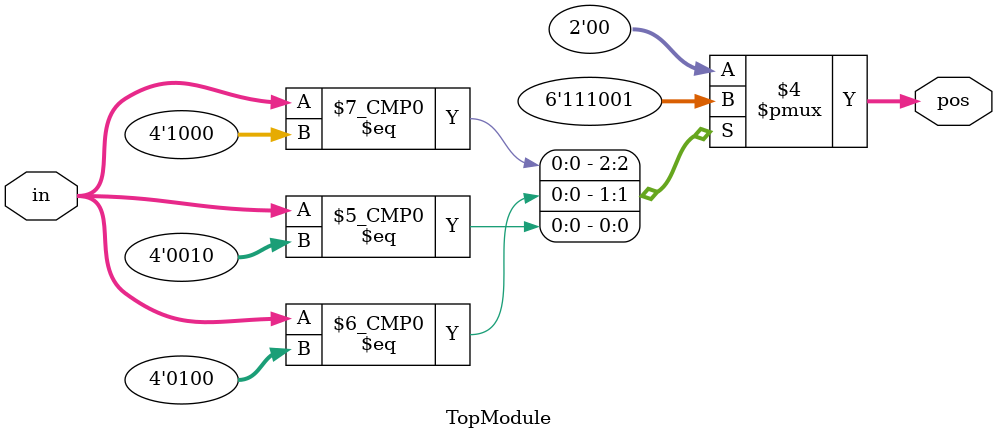
<source format=sv>
module TopModule (
    input logic [3:0] in,
    output logic [1:0] pos
);

    always @(*) begin
        case (in)
            4'b1000: pos = 2'b11; // MSB high
            4'b0100: pos = 2'b10; // Second bit high
            4'b0010: pos = 2'b01; // Third bit high
            4'b0001: pos = 2'b00; // LSB high
            default: pos = 2'b00;  // All bits low
        endcase
    end

endmodule
</source>
